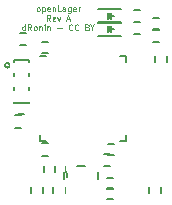
<source format=gto>
G04 #@! TF.FileFunction,Legend,Top*
%FSLAX46Y46*%
G04 Gerber Fmt 4.6, Leading zero omitted, Abs format (unit mm)*
G04 Created by KiCad (PCBNEW 4.0.2-stable) date 4/18/2016 9:54:35 PM*
%MOMM*%
G01*
G04 APERTURE LIST*
%ADD10C,0.100000*%
%ADD11C,0.150000*%
%ADD12C,0.152400*%
%ADD13C,0.203200*%
%ADD14C,0.127000*%
%ADD15R,0.600000X0.500000*%
%ADD16R,0.500000X0.600000*%
%ADD17R,0.797560X0.797560*%
%ADD18R,0.400000X0.600000*%
%ADD19R,0.600000X0.400000*%
%ADD20C,0.685800*%
%ADD21R,0.700000X0.250000*%
%ADD22R,0.250000X0.700000*%
%ADD23R,1.287500X1.287500*%
%ADD24R,0.758800X1.520800*%
%ADD25R,1.900000X0.900000*%
%ADD26R,1.727200X2.032000*%
%ADD27O,1.727200X2.032000*%
G04 APERTURE END LIST*
D10*
X194552310Y-97152690D02*
X194504691Y-97128881D01*
X194480882Y-97105071D01*
X194457072Y-97057452D01*
X194457072Y-96914595D01*
X194480882Y-96866976D01*
X194504691Y-96843167D01*
X194552310Y-96819357D01*
X194623739Y-96819357D01*
X194671358Y-96843167D01*
X194695167Y-96866976D01*
X194718977Y-96914595D01*
X194718977Y-97057452D01*
X194695167Y-97105071D01*
X194671358Y-97128881D01*
X194623739Y-97152690D01*
X194552310Y-97152690D01*
X194933263Y-96819357D02*
X194933263Y-97319357D01*
X194933263Y-96843167D02*
X194980882Y-96819357D01*
X195076120Y-96819357D01*
X195123739Y-96843167D01*
X195147548Y-96866976D01*
X195171358Y-96914595D01*
X195171358Y-97057452D01*
X195147548Y-97105071D01*
X195123739Y-97128881D01*
X195076120Y-97152690D01*
X194980882Y-97152690D01*
X194933263Y-97128881D01*
X195576120Y-97128881D02*
X195528501Y-97152690D01*
X195433263Y-97152690D01*
X195385644Y-97128881D01*
X195361834Y-97081262D01*
X195361834Y-96890786D01*
X195385644Y-96843167D01*
X195433263Y-96819357D01*
X195528501Y-96819357D01*
X195576120Y-96843167D01*
X195599929Y-96890786D01*
X195599929Y-96938405D01*
X195361834Y-96986024D01*
X195814215Y-96819357D02*
X195814215Y-97152690D01*
X195814215Y-96866976D02*
X195838024Y-96843167D01*
X195885643Y-96819357D01*
X195957072Y-96819357D01*
X196004691Y-96843167D01*
X196028500Y-96890786D01*
X196028500Y-97152690D01*
X196504691Y-97152690D02*
X196266596Y-97152690D01*
X196266596Y-96652690D01*
X196885643Y-97152690D02*
X196885643Y-96890786D01*
X196861834Y-96843167D01*
X196814215Y-96819357D01*
X196718977Y-96819357D01*
X196671358Y-96843167D01*
X196885643Y-97128881D02*
X196838024Y-97152690D01*
X196718977Y-97152690D01*
X196671358Y-97128881D01*
X196647548Y-97081262D01*
X196647548Y-97033643D01*
X196671358Y-96986024D01*
X196718977Y-96962214D01*
X196838024Y-96962214D01*
X196885643Y-96938405D01*
X197338024Y-96819357D02*
X197338024Y-97224119D01*
X197314215Y-97271738D01*
X197290405Y-97295548D01*
X197242786Y-97319357D01*
X197171358Y-97319357D01*
X197123739Y-97295548D01*
X197338024Y-97128881D02*
X197290405Y-97152690D01*
X197195167Y-97152690D01*
X197147548Y-97128881D01*
X197123739Y-97105071D01*
X197099929Y-97057452D01*
X197099929Y-96914595D01*
X197123739Y-96866976D01*
X197147548Y-96843167D01*
X197195167Y-96819357D01*
X197290405Y-96819357D01*
X197338024Y-96843167D01*
X197766596Y-97128881D02*
X197718977Y-97152690D01*
X197623739Y-97152690D01*
X197576120Y-97128881D01*
X197552310Y-97081262D01*
X197552310Y-96890786D01*
X197576120Y-96843167D01*
X197623739Y-96819357D01*
X197718977Y-96819357D01*
X197766596Y-96843167D01*
X197790405Y-96890786D01*
X197790405Y-96938405D01*
X197552310Y-96986024D01*
X198004691Y-97152690D02*
X198004691Y-96819357D01*
X198004691Y-96914595D02*
X198028500Y-96866976D01*
X198052310Y-96843167D01*
X198099929Y-96819357D01*
X198147548Y-96819357D01*
X195623739Y-97952690D02*
X195457072Y-97714595D01*
X195338025Y-97952690D02*
X195338025Y-97452690D01*
X195528501Y-97452690D01*
X195576120Y-97476500D01*
X195599929Y-97500310D01*
X195623739Y-97547929D01*
X195623739Y-97619357D01*
X195599929Y-97666976D01*
X195576120Y-97690786D01*
X195528501Y-97714595D01*
X195338025Y-97714595D01*
X196028501Y-97928881D02*
X195980882Y-97952690D01*
X195885644Y-97952690D01*
X195838025Y-97928881D01*
X195814215Y-97881262D01*
X195814215Y-97690786D01*
X195838025Y-97643167D01*
X195885644Y-97619357D01*
X195980882Y-97619357D01*
X196028501Y-97643167D01*
X196052310Y-97690786D01*
X196052310Y-97738405D01*
X195814215Y-97786024D01*
X196218977Y-97619357D02*
X196338024Y-97952690D01*
X196457072Y-97619357D01*
X197004690Y-97809833D02*
X197242785Y-97809833D01*
X196957071Y-97952690D02*
X197123738Y-97452690D01*
X197290404Y-97952690D01*
X193492786Y-98752690D02*
X193492786Y-98252690D01*
X193492786Y-98728881D02*
X193445167Y-98752690D01*
X193349929Y-98752690D01*
X193302310Y-98728881D01*
X193278501Y-98705071D01*
X193254691Y-98657452D01*
X193254691Y-98514595D01*
X193278501Y-98466976D01*
X193302310Y-98443167D01*
X193349929Y-98419357D01*
X193445167Y-98419357D01*
X193492786Y-98443167D01*
X194016596Y-98752690D02*
X193849929Y-98514595D01*
X193730882Y-98752690D02*
X193730882Y-98252690D01*
X193921358Y-98252690D01*
X193968977Y-98276500D01*
X193992786Y-98300310D01*
X194016596Y-98347929D01*
X194016596Y-98419357D01*
X193992786Y-98466976D01*
X193968977Y-98490786D01*
X193921358Y-98514595D01*
X193730882Y-98514595D01*
X194302310Y-98752690D02*
X194254691Y-98728881D01*
X194230882Y-98705071D01*
X194207072Y-98657452D01*
X194207072Y-98514595D01*
X194230882Y-98466976D01*
X194254691Y-98443167D01*
X194302310Y-98419357D01*
X194373739Y-98419357D01*
X194421358Y-98443167D01*
X194445167Y-98466976D01*
X194468977Y-98514595D01*
X194468977Y-98657452D01*
X194445167Y-98705071D01*
X194421358Y-98728881D01*
X194373739Y-98752690D01*
X194302310Y-98752690D01*
X194683263Y-98419357D02*
X194683263Y-98752690D01*
X194683263Y-98466976D02*
X194707072Y-98443167D01*
X194754691Y-98419357D01*
X194826120Y-98419357D01*
X194873739Y-98443167D01*
X194897548Y-98490786D01*
X194897548Y-98752690D01*
X195135644Y-98752690D02*
X195135644Y-98419357D01*
X195135644Y-98252690D02*
X195111834Y-98276500D01*
X195135644Y-98300310D01*
X195159453Y-98276500D01*
X195135644Y-98252690D01*
X195135644Y-98300310D01*
X195373739Y-98419357D02*
X195373739Y-98752690D01*
X195373739Y-98466976D02*
X195397548Y-98443167D01*
X195445167Y-98419357D01*
X195516596Y-98419357D01*
X195564215Y-98443167D01*
X195588024Y-98490786D01*
X195588024Y-98752690D01*
X196207072Y-98562214D02*
X196588024Y-98562214D01*
X197492786Y-98705071D02*
X197468976Y-98728881D01*
X197397548Y-98752690D01*
X197349929Y-98752690D01*
X197278500Y-98728881D01*
X197230881Y-98681262D01*
X197207072Y-98633643D01*
X197183262Y-98538405D01*
X197183262Y-98466976D01*
X197207072Y-98371738D01*
X197230881Y-98324119D01*
X197278500Y-98276500D01*
X197349929Y-98252690D01*
X197397548Y-98252690D01*
X197468976Y-98276500D01*
X197492786Y-98300310D01*
X197992786Y-98705071D02*
X197968976Y-98728881D01*
X197897548Y-98752690D01*
X197849929Y-98752690D01*
X197778500Y-98728881D01*
X197730881Y-98681262D01*
X197707072Y-98633643D01*
X197683262Y-98538405D01*
X197683262Y-98466976D01*
X197707072Y-98371738D01*
X197730881Y-98324119D01*
X197778500Y-98276500D01*
X197849929Y-98252690D01*
X197897548Y-98252690D01*
X197968976Y-98276500D01*
X197992786Y-98300310D01*
X198754690Y-98490786D02*
X198826119Y-98514595D01*
X198849928Y-98538405D01*
X198873738Y-98586024D01*
X198873738Y-98657452D01*
X198849928Y-98705071D01*
X198826119Y-98728881D01*
X198778500Y-98752690D01*
X198588024Y-98752690D01*
X198588024Y-98252690D01*
X198754690Y-98252690D01*
X198802309Y-98276500D01*
X198826119Y-98300310D01*
X198849928Y-98347929D01*
X198849928Y-98395548D01*
X198826119Y-98443167D01*
X198802309Y-98466976D01*
X198754690Y-98490786D01*
X198588024Y-98490786D01*
X199183262Y-98514595D02*
X199183262Y-98752690D01*
X199016595Y-98252690D02*
X199183262Y-98514595D01*
X199349928Y-98252690D01*
D11*
X200910000Y-111221500D02*
X200410000Y-111221500D01*
X200410000Y-112171500D02*
X200910000Y-112171500D01*
X196944000Y-110740000D02*
X196944000Y-110240000D01*
X195994000Y-110240000D02*
X195994000Y-110740000D01*
X196055000Y-110740000D02*
X196055000Y-110240000D01*
X195105000Y-110240000D02*
X195105000Y-110740000D01*
X192853500Y-105885000D02*
X193353500Y-105885000D01*
X193353500Y-104935000D02*
X192853500Y-104935000D01*
X201037000Y-108364000D02*
X200537000Y-108364000D01*
X200537000Y-109314000D02*
X201037000Y-109314000D01*
X200910000Y-112110500D02*
X200410000Y-112110500D01*
X200410000Y-113060500D02*
X200910000Y-113060500D01*
X194885500Y-100678000D02*
X195385500Y-100678000D01*
X195385500Y-99728000D02*
X194885500Y-99728000D01*
X199687000Y-98086000D02*
X201587000Y-98086000D01*
X199687000Y-96986000D02*
X201587000Y-96986000D01*
X200587000Y-97536000D02*
X201037000Y-97536000D01*
X200537000Y-97286000D02*
X200537000Y-97786000D01*
X200537000Y-97536000D02*
X200787000Y-97286000D01*
X200787000Y-97286000D02*
X200787000Y-97786000D01*
X200787000Y-97786000D02*
X200537000Y-97536000D01*
X199687000Y-99229000D02*
X201587000Y-99229000D01*
X199687000Y-98129000D02*
X201587000Y-98129000D01*
X200587000Y-98679000D02*
X201037000Y-98679000D01*
X200537000Y-98429000D02*
X200537000Y-98929000D01*
X200537000Y-98679000D02*
X200787000Y-98429000D01*
X200787000Y-98429000D02*
X200787000Y-98929000D01*
X200787000Y-98929000D02*
X200537000Y-98679000D01*
X193163000Y-105964500D02*
X192663000Y-105964500D01*
X192663000Y-107014500D02*
X193163000Y-107014500D01*
X204283500Y-98759500D02*
X204783500Y-98759500D01*
X204783500Y-97709500D02*
X204283500Y-97709500D01*
X204783500Y-98662000D02*
X204283500Y-98662000D01*
X204283500Y-99712000D02*
X204783500Y-99712000D01*
X200656000Y-109203000D02*
X200156000Y-109203000D01*
X200156000Y-110253000D02*
X200656000Y-110253000D01*
X204453000Y-100905500D02*
X204453000Y-101405500D01*
X205503000Y-101405500D02*
X205503000Y-100905500D01*
X193975500Y-112018000D02*
X193975500Y-112518000D01*
X195025500Y-112518000D02*
X195025500Y-112018000D01*
X195880500Y-112018000D02*
X195880500Y-112518000D01*
X196930500Y-112518000D02*
X196930500Y-112018000D01*
X203945000Y-112018000D02*
X203945000Y-112518000D01*
X204995000Y-112518000D02*
X204995000Y-112018000D01*
X195449000Y-108314000D02*
X194949000Y-108314000D01*
X194949000Y-109364000D02*
X195449000Y-109364000D01*
X193544000Y-98979500D02*
X193044000Y-98979500D01*
X193044000Y-100029500D02*
X193544000Y-100029500D01*
X203196000Y-97011000D02*
X202696000Y-97011000D01*
X202696000Y-98061000D02*
X203196000Y-98061000D01*
X202696000Y-99077000D02*
X203196000Y-99077000D01*
X203196000Y-98027000D02*
X202696000Y-98027000D01*
X201999000Y-100896000D02*
X201999000Y-101421000D01*
X194749000Y-108146000D02*
X194749000Y-107621000D01*
X201999000Y-108146000D02*
X201999000Y-107621000D01*
X194749000Y-100896000D02*
X195274000Y-100896000D01*
X194749000Y-108146000D02*
X195274000Y-108146000D01*
X201999000Y-108146000D02*
X201474000Y-108146000D01*
X201999000Y-100896000D02*
X201474000Y-100896000D01*
D12*
X199694800Y-111340900D02*
X199694800Y-110782100D01*
X198577200Y-110274100D02*
X197916800Y-110274100D01*
X196799200Y-110782100D02*
X196799200Y-111340900D01*
X197027803Y-110883704D02*
G75*
G02X197027800Y-111239300I-227573J-177796D01*
G01*
X197027803Y-110883704D02*
G75*
G02X197027800Y-111239300I-227573J-177796D01*
G01*
D13*
X193817000Y-104824000D02*
X193817000Y-104924000D01*
X193817000Y-104924000D02*
X192517000Y-104924000D01*
X192517000Y-104924000D02*
X192517000Y-104824000D01*
X192517000Y-101424000D02*
X192517000Y-101274000D01*
X192517000Y-101274000D02*
X193817000Y-101274000D01*
X193817000Y-101274000D02*
X193817000Y-101424000D01*
D14*
X193817000Y-102324000D02*
X193817000Y-102724000D01*
X193817000Y-103524000D02*
X193817000Y-103924000D01*
X192517000Y-102324000D02*
X192517000Y-102724000D01*
X192517000Y-103524000D02*
X192517000Y-103924000D01*
X192167000Y-101724000D02*
G75*
G03X192167000Y-101724000I-200000J0D01*
G01*
%LPC*%
D15*
X200110000Y-111696500D03*
X201210000Y-111696500D03*
D16*
X196469000Y-109940000D03*
X196469000Y-111040000D03*
X195580000Y-109940000D03*
X195580000Y-111040000D03*
D15*
X193653500Y-105410000D03*
X192553500Y-105410000D03*
X200237000Y-108839000D03*
X201337000Y-108839000D03*
X200110000Y-112585500D03*
X201210000Y-112585500D03*
X195685500Y-100203000D03*
X194585500Y-100203000D03*
D17*
X201536300Y-97536000D03*
X200037700Y-97536000D03*
X201536300Y-98679000D03*
X200037700Y-98679000D03*
D18*
X192463000Y-106489500D03*
X193363000Y-106489500D03*
X204983500Y-98234500D03*
X204083500Y-98234500D03*
X204083500Y-99187000D03*
X204983500Y-99187000D03*
X199956000Y-109728000D03*
X200856000Y-109728000D03*
D19*
X204978000Y-101605500D03*
X204978000Y-100705500D03*
X194500500Y-112718000D03*
X194500500Y-111818000D03*
X196405500Y-112718000D03*
X196405500Y-111818000D03*
X204470000Y-112718000D03*
X204470000Y-111818000D03*
D18*
X194749000Y-108839000D03*
X195649000Y-108839000D03*
X192844000Y-99504500D03*
X193744000Y-99504500D03*
X202496000Y-97536000D03*
X203396000Y-97536000D03*
X203396000Y-98552000D03*
X202496000Y-98552000D03*
D20*
X191579500Y-108839000D03*
X202692000Y-103441500D03*
D21*
X194974000Y-101771000D03*
X194974000Y-102271000D03*
X194974000Y-102771000D03*
X194974000Y-103271000D03*
X194974000Y-103771000D03*
X194974000Y-104271000D03*
X194974000Y-104771000D03*
X194974000Y-105271000D03*
X194974000Y-105771000D03*
X194974000Y-106271000D03*
X194974000Y-106771000D03*
X194974000Y-107271000D03*
D22*
X195624000Y-107921000D03*
X196124000Y-107921000D03*
X196624000Y-107921000D03*
X197124000Y-107921000D03*
X197624000Y-107921000D03*
X198124000Y-107921000D03*
X198624000Y-107921000D03*
X199124000Y-107921000D03*
X199624000Y-107921000D03*
X200124000Y-107921000D03*
X200624000Y-107921000D03*
X201124000Y-107921000D03*
D21*
X201774000Y-107271000D03*
X201774000Y-106771000D03*
X201774000Y-106271000D03*
X201774000Y-105771000D03*
X201774000Y-105271000D03*
X201774000Y-104771000D03*
X201774000Y-104271000D03*
X201774000Y-103771000D03*
X201774000Y-103271000D03*
X201774000Y-102771000D03*
X201774000Y-102271000D03*
X201774000Y-101771000D03*
D22*
X201124000Y-101121000D03*
X200624000Y-101121000D03*
X200124000Y-101121000D03*
X199624000Y-101121000D03*
X199124000Y-101121000D03*
X198624000Y-101121000D03*
X198124000Y-101121000D03*
X197624000Y-101121000D03*
X197124000Y-101121000D03*
X196624000Y-101121000D03*
X196124000Y-101121000D03*
X195624000Y-101121000D03*
D23*
X200305250Y-106452250D03*
X200305250Y-105164750D03*
X200305250Y-103877250D03*
X200305250Y-102589750D03*
X199017750Y-106452250D03*
X199017750Y-105164750D03*
X199017750Y-103877250D03*
X199017750Y-102589750D03*
X197730250Y-106452250D03*
X197730250Y-105164750D03*
X197730250Y-103877250D03*
X197730250Y-102589750D03*
X196442750Y-106452250D03*
X196442750Y-105164750D03*
X196442750Y-103877250D03*
X196442750Y-102589750D03*
D24*
X197307200Y-112229900D03*
X198247000Y-112229900D03*
X199186800Y-112229900D03*
X199186800Y-109893100D03*
X197307200Y-109893100D03*
D25*
X193167000Y-101924000D03*
X193167000Y-103124000D03*
X193167000Y-104324000D03*
D26*
X191770000Y-111760000D03*
X191770000Y-114300000D03*
D27*
X194310000Y-114300000D03*
X196850000Y-114300000D03*
X199390000Y-114300000D03*
X201930000Y-114300000D03*
X204470000Y-114300000D03*
M02*

</source>
